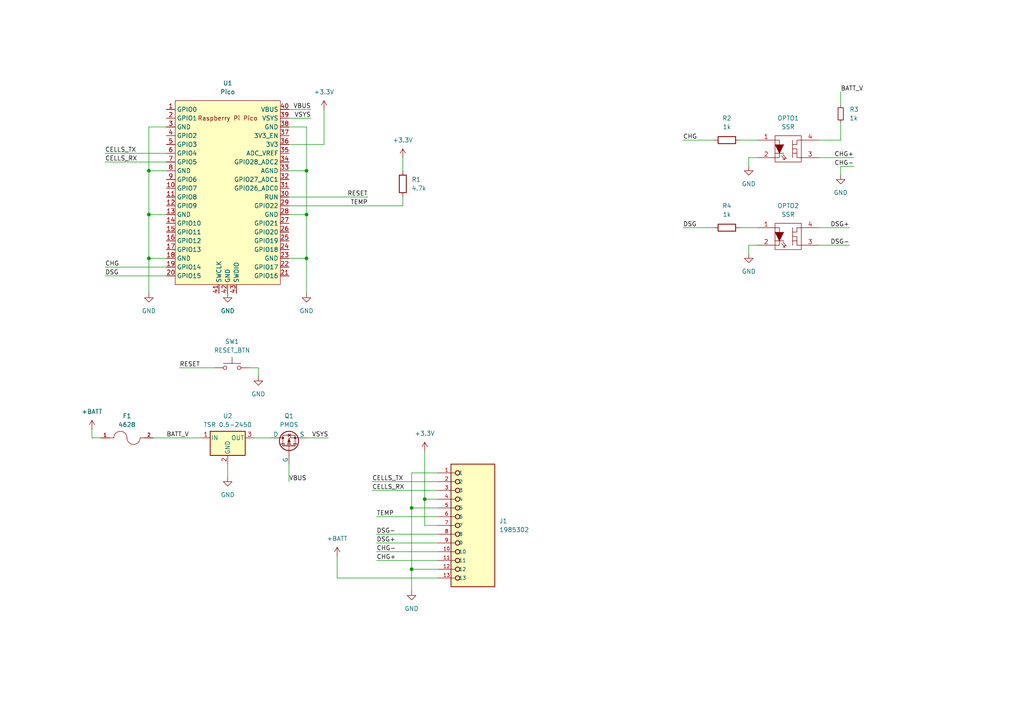
<source format=kicad_sch>
(kicad_sch (version 20231120) (generator "eeschema") (generator_version "8.0")
  (paper "A4")
  (lib_symbols
    (symbol "1985302:1985302" (pin_names (offset 1.016))
      (property "Reference" "J" (at -6.85 17.78 0))
      (property "Value" "1985302" (at -6.35 -20.32 0))
      (symbol "1985302_0_0"
        (rectangle (start -6.35 -17.78) (end 6.35 17.78) (stroke (width 0.254)) (fill (type background)))
        (circle (center -4.445 -15.24) (radius 0.635) (stroke (width 0.254)))
        (circle (center -4.445 -12.7) (radius 0.635) (stroke (width 0.254)))
        (circle (center -4.445 -10.16) (radius 0.635) (stroke (width 0.254)))
        (circle (center -4.445 -7.62) (radius 0.635) (stroke (width 0.254)))
        (circle (center -4.445 -5.08) (radius 0.635) (stroke (width 0.254)))
        (circle (center -4.445 -2.54) (radius 0.635) (stroke (width 0.254)))
        (circle (center -4.445 0) (radius 0.635) (stroke (width 0.254)))
        (circle (center -4.445 2.54) (radius 0.635) (stroke (width 0.254)))
        (circle (center -4.445 5.08) (radius 0.635) (stroke (width 0.254)))
        (circle (center -4.445 7.62) (radius 0.635) (stroke (width 0.254)))
        (circle (center -4.445 10.16) (radius 0.635) (stroke (width 0.254)))
        (circle (center -4.445 12.7) (radius 0.635) (stroke (width 0.254)))
        (circle (center -4.445 15.24) (radius 0.635) (stroke (width 0.254)))
        (pin passive line (at -10.16 15.24 0) (length 5.08) (name "1") (number "1"))
        (pin passive line (at -10.16 -7.62 0) (length 5.08) (name "10") (number "10"))
        (pin passive line (at -10.16 -10.16 0) (length 5.08) (name "11") (number "11"))
        (pin passive line (at -10.16 -12.7 0) (length 5.08) (name "12") (number "12"))
        (pin passive line (at -10.16 -15.24 0) (length 5.08) (name "13") (number "13"))
        (pin passive line (at -10.16 12.7 0) (length 5.08) (name "2") (number "2"))
        (pin passive line (at -10.16 10.16 0) (length 5.08) (name "3") (number "3"))
        (pin passive line (at -10.16 7.62 0) (length 5.08) (name "4") (number "4"))
        (pin passive line (at -10.16 5.08 0) (length 5.08) (name "5") (number "5"))
        (pin passive line (at -10.16 2.54 0) (length 5.08) (name "6") (number "6"))
        (pin passive line (at -10.16 0 0) (length 5.08) (name "7") (number "7"))
        (pin passive line (at -10.16 -2.54 0) (length 5.08) (name "8") (number "8"))
        (pin passive line (at -10.16 -5.08 0) (length 5.08) (name "9") (number "9"))
      )
    )
    (symbol "4628:4628" (pin_names (offset 1.016))
      (property "Reference" "F" (at -2.54 5.08 0))
      (property "Value" "4628" (at -2.54 -5.08 0))
      (symbol "4628_0_0"
        (arc (start 0 0) (mid -1.905 1.8967) (end -3.81 0) (stroke (width 0.1524)))
        (polyline (pts (xy -5.08 0) (xy -3.81 0)) (stroke (width 0.1524)))
        (polyline (pts (xy 5.08 0) (xy 3.81 0)) (stroke (width 0.1524)))
        (arc (start 0 0) (mid 1.905 -1.8967) (end 3.81 0) (stroke (width 0.1524)))
        (pin passive line (at -7.62 0 0) (length 2.54) (name "~") (number "1"))
        (pin passive line (at 7.62 0 180) (length 2.54) (name "~") (number "2"))
      )
    )
    (symbol "Dacus-BMS:SSR" (pin_names (offset 1.016) hide)
      (property "Reference" "OPTO" (at 0 5.08 0))
      (property "Value" "SSR" (at 0 -5.08 0))
      (symbol "SSR_0_1"
        (rectangle (start -3.81 3.81) (end 3.81 -3.81))
        (polyline (pts (xy -3.81 -1.27) (xy -1.27 -1.27)))
        (polyline (pts (xy -3.81 1.27) (xy -2.54 -1.27) (xy -1.27 1.27)) (fill (type outline)))
        (polyline (pts (xy -2.54 -1.27) (xy -2.54 -2.54) (xy -3.81 -2.54)))
        (polyline (pts (xy -2.54 1.27) (xy -2.54 2.54) (xy -3.81 2.54)))
        (polyline (pts (xy -1.905 -2.032) (xy -0.889 -3.175) (xy -1.524 -3.048)))
        (polyline (pts (xy -1.524 -1.651) (xy -0.508 -2.794) (xy -1.143 -2.667)))
        (polyline (pts (xy 1.27 0) (xy 2.54 0) (xy 2.54 -1.27)))
        (polyline (pts (xy 1.27 -1.27) (xy 2.54 -1.27) (xy 2.54 -2.54) (xy 3.81 -2.54)))
        (polyline (pts (xy 1.27 1.27) (xy 1.27 -2.54) (xy 1.27 1.27) (xy 1.27 2.54)))
        (polyline (pts (xy 1.27 1.27) (xy 2.54 1.27) (xy 2.54 2.54) (xy 3.81 2.54)))
      )
      (symbol "SSR_1_1"
        (pin input line (at -8.89 2.54 0) (length 5.0038) (name "~") (number "1"))
        (pin input line (at -8.89 -2.54 0) (length 5.0038) (name "~") (number "2"))
        (pin passive line (at 8.89 -2.54 180) (length 5.0038) (name "~") (number "3"))
        (pin passive line (at 8.89 2.54 180) (length 5.0038) (name "~") (number "4"))
      )
    )
    (symbol "Device:R" (pin_numbers hide) (pin_names (offset 0))
      (property "Reference" "R" (at 2.032 0 90))
      (property "Value" "R" (at 0 0 90))
      (symbol "R_0_1"
        (rectangle (start -1.016 -2.54) (end 1.016 2.54) (stroke (width 0.254)))
      )
      (symbol "R_1_1"
        (pin passive line (at 0 3.81 270) (length 1.27) (name "~") (number "1"))
        (pin passive line (at 0 -3.81 90) (length 1.27) (name "~") (number "2"))
      )
    )
    (symbol "Device:R_Small" (pin_numbers hide) (pin_names (offset 0.254) hide)
      (property "Reference" "R" (at 0.762 0.508 0))
      (property "Value" "R_Small" (at 0.762 -1.016 0))
      (symbol "R_Small_0_1"
        (rectangle (start -0.762 1.778) (end 0.762 -1.778) (stroke (width 0.2032)))
      )
      (symbol "R_Small_1_1"
        (pin passive line (at 0 2.54 270) (length 0.762) (name "~") (number "1"))
        (pin passive line (at 0 -2.54 90) (length 0.762) (name "~") (number "2"))
      )
    )
    (symbol "MCU_RaspberryPi_and_Boards:Pico"
      (property "Reference" "U" (at -13.97 27.94 0))
      (property "Value" "Pico" (at 0 19.05 0))
      (symbol "Pico_0_0"
        (text "Raspberry Pi Pico" (at 0 21.59 0) (effects (font (size 1.27 1.27))))
      )
      (symbol "Pico_0_1"
        (rectangle (start -15.24 26.67) (end 15.24 -26.67) (fill (type background)))
      )
      (symbol "Pico_1_1"
        (pin bidirectional line (at -17.78 24.13 0) (length 2.54) (name "GPIO0") (number "1"))
        (pin bidirectional line (at -17.78 1.27 0) (length 2.54) (name "GPIO7") (number "10"))
        (pin bidirectional line (at -17.78 -1.27 0) (length 2.54) (name "GPIO8") (number "11"))
        (pin bidirectional line (at -17.78 -3.81 0) (length 2.54) (name "GPIO9") (number "12"))
        (pin power_in line (at -17.78 -6.35 0) (length 2.54) (name "GND") (number "13"))
        (pin bidirectional line (at -17.78 -8.89 0) (length 2.54) (name "GPIO10") (number "14"))
        (pin bidirectional line (at -17.78 -11.43 0) (length 2.54) (name "GPIO11") (number "15"))
        (pin bidirectional line (at -17.78 -13.97 0) (length 2.54) (name "GPIO12") (number "16"))
        (pin bidirectional line (at -17.78 -16.51 0) (length 2.54) (name "GPIO13") (number "17"))
        (pin power_in line (at -17.78 -19.05 0) (length 2.54) (name "GND") (number "18"))
        (pin bidirectional line (at -17.78 -21.59 0) (length 2.54) (name "GPIO14") (number "19"))
        (pin bidirectional line (at -17.78 21.59 0) (length 2.54) (name "GPIO1") (number "2"))
        (pin bidirectional line (at -17.78 -24.13 0) (length 2.54) (name "GPIO15") (number "20"))
        (pin bidirectional line (at 17.78 -24.13 180) (length 2.54) (name "GPIO16") (number "21"))
        (pin bidirectional line (at 17.78 -21.59 180) (length 2.54) (name "GPIO17") (number "22"))
        (pin power_in line (at 17.78 -19.05 180) (length 2.54) (name "GND") (number "23"))
        (pin bidirectional line (at 17.78 -16.51 180) (length 2.54) (name "GPIO18") (number "24"))
        (pin bidirectional line (at 17.78 -13.97 180) (length 2.54) (name "GPIO19") (number "25"))
        (pin bidirectional line (at 17.78 -11.43 180) (length 2.54) (name "GPIO20") (number "26"))
        (pin bidirectional line (at 17.78 -8.89 180) (length 2.54) (name "GPIO21") (number "27"))
        (pin power_in line (at 17.78 -6.35 180) (length 2.54) (name "GND") (number "28"))
        (pin bidirectional line (at 17.78 -3.81 180) (length 2.54) (name "GPIO22") (number "29"))
        (pin power_in line (at -17.78 19.05 0) (length 2.54) (name "GND") (number "3"))
        (pin input line (at 17.78 -1.27 180) (length 2.54) (name "RUN") (number "30"))
        (pin bidirectional line (at 17.78 1.27 180) (length 2.54) (name "GPIO26_ADC0") (number "31"))
        (pin bidirectional line (at 17.78 3.81 180) (length 2.54) (name "GPIO27_ADC1") (number "32"))
        (pin power_in line (at 17.78 6.35 180) (length 2.54) (name "AGND") (number "33"))
        (pin bidirectional line (at 17.78 8.89 180) (length 2.54) (name "GPIO28_ADC2") (number "34"))
        (pin power_in line (at 17.78 11.43 180) (length 2.54) (name "ADC_VREF") (number "35"))
        (pin power_in line (at 17.78 13.97 180) (length 2.54) (name "3V3") (number "36"))
        (pin input line (at 17.78 16.51 180) (length 2.54) (name "3V3_EN") (number "37"))
        (pin bidirectional line (at 17.78 19.05 180) (length 2.54) (name "GND") (number "38"))
        (pin power_in line (at 17.78 21.59 180) (length 2.54) (name "VSYS") (number "39"))
        (pin bidirectional line (at -17.78 16.51 0) (length 2.54) (name "GPIO2") (number "4"))
        (pin power_in line (at 17.78 24.13 180) (length 2.54) (name "VBUS") (number "40"))
        (pin input line (at -2.54 -29.21 90) (length 2.54) (name "SWCLK") (number "41"))
        (pin power_in line (at 0 -29.21 90) (length 2.54) (name "GND") (number "42"))
        (pin bidirectional line (at 2.54 -29.21 90) (length 2.54) (name "SWDIO") (number "43"))
        (pin bidirectional line (at -17.78 13.97 0) (length 2.54) (name "GPIO3") (number "5"))
        (pin bidirectional line (at -17.78 11.43 0) (length 2.54) (name "GPIO4") (number "6"))
        (pin bidirectional line (at -17.78 8.89 0) (length 2.54) (name "GPIO5") (number "7"))
        (pin power_in line (at -17.78 6.35 0) (length 2.54) (name "GND") (number "8"))
        (pin bidirectional line (at -17.78 3.81 0) (length 2.54) (name "GPIO6") (number "9"))
      )
    )
    (symbol "Regulator_Linear:L7805" (pin_names (offset 0.254))
      (property "Reference" "U" (at -3.81 3.175 0))
      (property "Value" "L7805" (at 0 3.175 0))
      (symbol "L7805_0_1"
        (rectangle (start -5.08 1.905) (end 5.08 -5.08) (stroke (width 0.254)) (fill (type background)))
      )
      (symbol "L7805_1_1"
        (pin power_in line (at -7.62 0 0) (length 2.54) (name "IN") (number "1"))
        (pin power_in line (at 0 -7.62 90) (length 2.54) (name "GND") (number "2"))
        (pin power_out line (at 7.62 0 180) (length 2.54) (name "OUT") (number "3"))
      )
    )
    (symbol "Simulation_SPICE:PMOS" (pin_numbers hide) (pin_names (offset 0))
      (property "Reference" "Q" (at 5.08 1.27 0))
      (property "Value" "PMOS" (at 5.08 -1.27 0))
      (symbol "PMOS_0_1"
        (polyline (pts (xy 0.254 0) (xy -2.54 0)))
        (polyline (pts (xy 0.254 1.905) (xy 0.254 -1.905)) (stroke (width 0.254)))
        (polyline (pts (xy 0.762 -1.27) (xy 0.762 -2.286)) (stroke (width 0.254)))
        (polyline (pts (xy 0.762 0.508) (xy 0.762 -0.508)) (stroke (width 0.254)))
        (polyline (pts (xy 0.762 2.286) (xy 0.762 1.27)) (stroke (width 0.254)))
        (polyline (pts (xy 2.54 2.54) (xy 2.54 1.778)))
        (polyline (pts (xy 2.54 -2.54) (xy 2.54 0) (xy 0.762 0)))
        (polyline (pts (xy 0.762 1.778) (xy 3.302 1.778) (xy 3.302 -1.778) (xy 0.762 -1.778)))
        (polyline (pts (xy 2.286 0) (xy 1.27 0.381) (xy 1.27 -0.381) (xy 2.286 0)) (fill (type outline)))
        (polyline (pts (xy 2.794 -0.508) (xy 2.921 -0.381) (xy 3.683 -0.381) (xy 3.81 -0.254)))
        (polyline (pts (xy 3.302 -0.381) (xy 2.921 0.254) (xy 3.683 0.254) (xy 3.302 -0.381)))
        (circle (center 1.651 0) (radius 2.794) (stroke (width 0.254)))
        (circle (center 2.54 -1.778) (radius 0.254) (fill (type outline)))
        (circle (center 2.54 1.778) (radius 0.254) (fill (type outline)))
      )
      (symbol "PMOS_1_1"
        (pin passive line (at 2.54 5.08 270) (length 2.54) (name "D") (number "1"))
        (pin input line (at -5.08 0 0) (length 2.54) (name "G") (number "2"))
        (pin passive line (at 2.54 -5.08 90) (length 2.54) (name "S") (number "3"))
      )
    )
    (symbol "Switch:SW_Push" (pin_numbers hide) (pin_names (offset 1.016) hide)
      (property "Reference" "SW" (at 1.27 2.54 0))
      (property "Value" "SW_Push" (at 0 -1.524 0))
      (symbol "SW_Push_0_1"
        (circle (center -2.032 0) (radius 0.508))
        (polyline (pts (xy 0 1.27) (xy 0 3.048)))
        (polyline (pts (xy 2.54 1.27) (xy -2.54 1.27)))
        (circle (center 2.032 0) (radius 0.508))
        (pin passive line (at -5.08 0 0) (length 2.54) (name "1") (number "1"))
        (pin passive line (at 5.08 0 180) (length 2.54) (name "2") (number "2"))
      )
    )
    (symbol "power:+3.3V" (power) (pin_numbers hide) (pin_names (offset 0) hide)
      (property "Value" "+3.3V" (at 0 3.556 0))
      (symbol "+3.3V_0_1"
        (polyline (pts (xy -0.762 1.27) (xy 0 2.54)))
        (polyline (pts (xy 0 0) (xy 0 2.54)))
        (polyline (pts (xy 0 2.54) (xy 0.762 1.27)))
      )
      (symbol "+3.3V_1_1"
        (pin power_in line (at 0 0 90) (length 0) (name "~") (number "1"))
      )
    )
    (symbol "power:+BATT" (power) (pin_numbers hide) (pin_names (offset 0) hide)
      (property "Value" "+BATT" (at 0 3.556 0))
      (symbol "+BATT_0_1"
        (polyline (pts (xy -0.762 1.27) (xy 0 2.54)))
        (polyline (pts (xy 0 0) (xy 0 2.54)))
        (polyline (pts (xy 0 2.54) (xy 0.762 1.27)))
      )
      (symbol "+BATT_1_1"
        (pin power_in line (at 0 0 90) (length 0) (name "~") (number "1"))
      )
    )
    (symbol "power:GND" (power) (pin_numbers hide) (pin_names (offset 0) hide)
      (property "Value" "GND" (at 0 -3.81 0))
      (symbol "GND_0_1"
        (polyline (pts (xy 0 0) (xy 0 -1.27) (xy 1.27 -1.27) (xy 0 -2.54) (xy -1.27 -1.27) (xy 0 -1.27)))
      )
      (symbol "GND_1_1"
        (pin power_in line (at 0 0 270) (length 0) (name "~") (number "1"))
      )
    )
  )
  (junction (at 88.9 49.53))
  (junction (at 123.19 144.78))
  (junction (at 88.9 74.93))
  (junction (at 119.38 147.32))
  (junction (at 43.18 74.93))
  (junction (at 43.18 62.23))
  (junction (at 43.18 49.53))
  (junction (at 119.38 165.1))
  (junction (at 88.9 62.23))
  (wire (pts (xy 237.49 66.04) (xy 246.38 66.04)))
  (wire (pts (xy 43.18 74.93) (xy 43.18 85.09)))
  (wire (pts (xy 88.9 74.93) (xy 88.9 85.09)))
  (wire (pts (xy 243.84 48.26) (xy 247.65 48.26)))
  (wire (pts (xy 52.07 106.68) (xy 62.23 106.68)))
  (wire (pts (xy 237.49 45.72) (xy 247.65 45.72)))
  (wire (pts (xy 88.9 62.23) (xy 88.9 74.93)))
  (wire (pts (xy 237.49 40.64) (xy 243.84 40.64)))
  (wire (pts (xy 43.18 49.53) (xy 48.26 49.53)))
  (wire (pts (xy 107.95 142.24) (xy 127 142.24)))
  (wire (pts (xy 119.38 165.1) (xy 127 165.1)))
  (wire (pts (xy 243.84 35.56) (xy 243.84 40.64)))
  (wire (pts (xy 97.79 167.64) (xy 97.79 161.29)))
  (wire (pts (xy 30.48 80.01) (xy 48.26 80.01)))
  (wire (pts (xy 109.22 157.48) (xy 127 157.48)))
  (wire (pts (xy 43.18 36.83) (xy 48.26 36.83)))
  (wire (pts (xy 214.63 40.64) (xy 219.71 40.64)))
  (wire (pts (xy 93.98 41.91) (xy 93.98 31.75)))
  (wire (pts (xy 119.38 165.1) (xy 119.38 171.45)))
  (wire (pts (xy 109.22 149.86) (xy 127 149.86)))
  (wire (pts (xy 83.82 31.75) (xy 90.17 31.75)))
  (wire (pts (xy 217.17 48.26) (xy 217.17 45.72)))
  (wire (pts (xy 127 152.4) (xy 123.19 152.4)))
  (wire (pts (xy 198.12 40.64) (xy 207.01 40.64)))
  (wire (pts (xy 127 167.64) (xy 97.79 167.64)))
  (wire (pts (xy 72.39 106.68) (xy 74.93 106.68)))
  (wire (pts (xy 217.17 73.66) (xy 217.17 71.12)))
  (wire (pts (xy 83.82 49.53) (xy 88.9 49.53)))
  (wire (pts (xy 43.18 62.23) (xy 48.26 62.23)))
  (wire (pts (xy 83.82 41.91) (xy 93.98 41.91)))
  (wire (pts (xy 26.67 127) (xy 26.67 124.46)))
  (wire (pts (xy 83.82 134.62) (xy 83.82 139.7)))
  (wire (pts (xy 198.12 66.04) (xy 207.01 66.04)))
  (wire (pts (xy 119.38 137.16) (xy 119.38 147.32)))
  (wire (pts (xy 83.82 62.23) (xy 88.9 62.23)))
  (wire (pts (xy 83.82 59.69) (xy 116.84 59.69)))
  (wire (pts (xy 127 144.78) (xy 123.19 144.78)))
  (wire (pts (xy 243.84 50.8) (xy 243.84 48.26)))
  (wire (pts (xy 109.22 162.56) (xy 127 162.56)))
  (wire (pts (xy 88.9 36.83) (xy 88.9 49.53)))
  (wire (pts (xy 43.18 74.93) (xy 43.18 62.23)))
  (wire (pts (xy 29.21 127) (xy 26.67 127)))
  (wire (pts (xy 107.95 139.7) (xy 127 139.7)))
  (wire (pts (xy 83.82 34.29) (xy 90.17 34.29)))
  (wire (pts (xy 66.04 134.62) (xy 66.04 138.43)))
  (wire (pts (xy 83.82 57.15) (xy 106.68 57.15)))
  (wire (pts (xy 127 137.16) (xy 119.38 137.16)))
  (wire (pts (xy 44.45 127) (xy 58.42 127)))
  (wire (pts (xy 83.82 36.83) (xy 88.9 36.83)))
  (wire (pts (xy 119.38 147.32) (xy 119.38 165.1)))
  (wire (pts (xy 43.18 49.53) (xy 43.18 36.83)))
  (wire (pts (xy 83.82 74.93) (xy 88.9 74.93)))
  (wire (pts (xy 217.17 45.72) (xy 219.71 45.72)))
  (wire (pts (xy 123.19 130.81) (xy 123.19 144.78)))
  (wire (pts (xy 116.84 45.72) (xy 116.84 49.53)))
  (wire (pts (xy 73.66 127) (xy 78.74 127)))
  (wire (pts (xy 243.84 26.67) (xy 243.84 30.48)))
  (wire (pts (xy 119.38 147.32) (xy 127 147.32)))
  (wire (pts (xy 214.63 66.04) (xy 219.71 66.04)))
  (wire (pts (xy 109.22 154.94) (xy 127 154.94)))
  (wire (pts (xy 43.18 62.23) (xy 43.18 49.53)))
  (wire (pts (xy 30.48 46.99) (xy 48.26 46.99)))
  (wire (pts (xy 30.48 44.45) (xy 48.26 44.45)))
  (wire (pts (xy 74.93 106.68) (xy 74.93 109.22)))
  (wire (pts (xy 217.17 71.12) (xy 219.71 71.12)))
  (wire (pts (xy 237.49 71.12) (xy 246.38 71.12)))
  (wire (pts (xy 48.26 74.93) (xy 43.18 74.93)))
  (wire (pts (xy 30.48 77.47) (xy 48.26 77.47)))
  (wire (pts (xy 88.9 49.53) (xy 88.9 62.23)))
  (wire (pts (xy 88.9 127) (xy 95.25 127)))
  (wire (pts (xy 116.84 57.15) (xy 116.84 59.69)))
  (wire (pts (xy 109.22 160.02) (xy 127 160.02)))
  (wire (pts (xy 123.19 152.4) (xy 123.19 144.78)))
  (label "DSG+" (at 246.38 66.04 180))
  (label "CHG" (at 30.48 77.47 0))
  (label "DSG-" (at 246.38 71.12 180))
  (label "CELLS_RX" (at 107.95 142.24 0))
  (label "VBUS" (at 83.82 139.7 0))
  (label "CELLS_TX" (at 30.48 44.45 0))
  (label "VSYS" (at 90.17 34.29 180))
  (label "BATT_V" (at 243.84 26.67 0))
  (label "RESET" (at 106.68 57.15 180))
  (label "CHG" (at 198.12 40.64 0))
  (label "DSG" (at 198.12 66.04 0))
  (label "CHG-" (at 247.65 48.26 180))
  (label "TEMP" (at 106.68 59.69 180))
  (label "VBUS" (at 90.17 31.75 180))
  (label "CELLS_TX" (at 107.95 139.7 0))
  (label "TEMP" (at 109.22 149.86 0))
  (label "DSG+" (at 109.22 157.48 0))
  (label "CHG-" (at 109.22 160.02 0))
  (label "CHG+" (at 109.22 162.56 0))
  (label "VSYS" (at 95.25 127 180))
  (label "CHG+" (at 247.65 45.72 180))
  (label "DSG-" (at 109.22 154.94 0))
  (label "DSG" (at 30.48 80.01 0))
  (label "BATT_V" (at 48.26 127 0))
  (label "RESET" (at 52.07 106.68 0))
  (label "CELLS_RX" (at 30.48 46.99 0))
  (symbol (lib_id "power:GND") (at 217.17 73.66 0) (unit 1)
    (property "Reference" "#PWR11" (effects (hide yes)))
    (property "Value" "GND" (at 217.17 78.74 0))
    (property "Description" "Power symbol creates a global label with name \"GND\" , ground" (effects (hide yes)))
  )
  (symbol (lib_id "power:GND") (at 243.84 50.8 0) (unit 1)
    (property "Reference" "#PWR10" (effects (hide yes)))
    (property "Value" "GND" (at 243.84 55.88 0))
    (property "Description" "Power symbol creates a global label with name \"GND\" , ground" (effects (hide yes)))
  )
  (symbol (lib_id "power:GND") (at 74.93 109.22 0) (unit 1)
    (property "Reference" "#PWR7" (effects (hide yes)))
    (property "Value" "GND" (at 74.93 114.3 0))
    (property "Description" "Power symbol creates a global label with name \"GND\" , ground" (effects (hide yes)))
  )
  (symbol (lib_id "power:+3.3V") (at 93.98 31.75 0) (unit 1)
    (property "Reference" "#PWR2" (effects (hide yes)))
    (property "Value" "+3.3V" (at 93.98 26.67 0))
    (property "Description" "Power symbol creates a global label with name \"+3.3V\"" (effects (hide yes)))
  )
  (symbol (lib_id "Device:R_Small") (at 243.84 33.02 0) (unit 1)
    (property "Reference" "R3" (at 246.38 31.7499 0) (effects (justify left)))
    (property "Value" "1k" (at 246.38 34.2899 0) (effects (justify left)))
    (property "Footprint" "Resistor_SMD:R_1206_3216Metric_Pad1.30x1.75mm_HandSolder" (effects (hide yes)))
    (property "Description" "Resistor, small symbol" (effects (hide yes)))
  )
  (symbol (lib_id "power:+3.3V") (at 123.19 130.81 0) (unit 1)
    (property "Reference" "#PWR18" (effects (hide yes)))
    (property "Value" "+3.3V" (at 123.19 125.73 0))
    (property "Description" "Power symbol creates a global label with name \"+3.3V\"" (effects (hide yes)))
  )
  (symbol (lib_id "power:+BATT") (at 97.79 161.29 0) (unit 1)
    (property "Reference" "#PWR19" (effects (hide yes)))
    (property "Value" "+BATT" (at 97.79 156.21 0))
    (property "Description" "Power symbol creates a global label with name \"+BATT\"" (effects (hide yes)))
  )
  (symbol (lib_id "Device:R") (at 210.82 66.04 90) (unit 1)
    (property "Reference" "R4" (at 210.82 59.69 90))
    (property "Value" "1k" (at 210.82 62.23 90))
    (property "Footprint" "Resistor_SMD:R_1206_3216Metric_Pad1.30x1.75mm_HandSolder" (effects (hide yes)))
    (property "Description" "Resistor" (effects (hide yes)))
  )
  (symbol (lib_id "Device:R") (at 210.82 40.64 90) (unit 1)
    (property "Reference" "R2" (at 210.82 34.29 90))
    (property "Value" "1k" (at 210.82 36.83 90))
    (property "Footprint" "Resistor_SMD:R_1206_3216Metric_Pad1.30x1.75mm_HandSolder" (effects (hide yes)))
    (property "Description" "Resistor" (effects (hide yes)))
  )
  (symbol (lib_id "power:+3.3V") (at 116.84 45.72 0) (unit 1)
    (property "Reference" "#PWR4" (effects (hide yes)))
    (property "Value" "+3.3V" (at 116.84 40.64 0))
    (property "Description" "Power symbol creates a global label with name \"+3.3V\"" (effects (hide yes)))
  )
  (symbol (lib_id "Dacus-BMS:SSR") (at 228.6 68.58 0) (unit 1)
    (property "Reference" "OPTO2" (at 228.6 59.69 0))
    (property "Value" "SSR" (at 228.6 62.23 0))
    (property "Footprint" "Package_SO:SOP-4_3.8x4.1mm_P2.54mm" (effects (hide yes)))
    (property "Description" "TLP172GM" (effects (hide yes)))
  )
  (symbol (lib_id "Device:R") (at 116.84 53.34 0) (unit 1)
    (property "Reference" "R1" (at 119.38 52.0699 0) (effects (justify left)))
    (property "Value" "4.7k" (at 119.38 54.6099 0) (effects (justify left)))
    (property "Footprint" "Resistor_SMD:R_1206_3216Metric_Pad1.30x1.75mm_HandSolder" (effects (hide yes)))
    (property "Description" "Resistor" (effects (hide yes)))
  )
  (symbol (lib_id "1985302:1985302") (at 137.16 152.4 0) (unit 1)
    (property "Reference" "J1" (at 144.78 151.1299 0) (effects (justify left)))
    (property "Value" "1985302" (at 144.78 153.6699 0) (effects (justify left)))
    (property "Footprint" "pack-monitor:PHOENIX_1985302" (effects (hide yes)))
    (property "MF" "Phoenix Contact" (effects (hide yes)))
    (property "MAXIMUM_PACKAGE_HEIGHT" "13.1mm" (effects (hide yes)))
    (property "Package" "None" (effects (hide yes)))
    (property "Price" "None" (effects (hide yes)))
    (property "Check_prices" "https://www.snapeda.com/parts/1985302/Phoenix+Contact/view-part/?ref=eda" (effects (hide yes)))
    (property "STANDARD" "Manufacturer Recommendations" (effects (hide yes)))
    (property "PARTREV" "29.03.2021" (effects (hide yes)))
    (property "SnapEDA_Link" "https://www.snapeda.com/parts/1985302/Phoenix+Contact/view-part/?ref=snap" (effects (hide yes)))
    (property "MP" "1985302" (effects (hide yes)))
    (property "Description_1" "\n                        \n                            Phoenix Contact 1985302 PTSA 1,5/13-3,5-Z\n                        \n" (effects (hide yes)))
    (property "Availability" "In Stock" (effects (hide yes)))
    (property "MANUFACTURER" "Phoenix Contact" (effects (hide yes)))
  )
  (symbol (lib_id "power:GND") (at 43.18 85.09 0) (unit 1)
    (property "Reference" "#PWR6" (effects (hide yes)))
    (property "Value" "GND" (at 43.18 90.17 0))
    (property "Description" "Power symbol creates a global label with name \"GND\" , ground" (effects (hide yes)))
  )
  (symbol (lib_id "power:GND") (at 66.04 85.09 0) (unit 1)
    (property "Reference" "#PWR3" (effects (hide yes)))
    (property "Value" "GND" (at 66.04 90.17 0))
    (property "Description" "Power symbol creates a global label with name \"GND\" , ground" (effects (hide yes)))
  )
  (symbol (lib_id "Simulation_SPICE:PMOS") (at 83.82 129.54 90) (unit 1)
    (property "Reference" "Q1" (at 83.82 120.65 90))
    (property "Value" "PMOS" (at 83.82 123.19 90))
    (property "Footprint" "Package_TO_SOT_SMD:TSOT-23_HandSoldering" (effects (hide yes)))
    (property "Datasheet" "https://ngspice.sourceforge.io/docs/ngspice-html-manual/manual.xhtml#cha_MOSFETs" (effects (hide yes)))
    (property "Description" "P-MOSFET transistor, drain/source/gate" (effects (hide yes)))
    (property "Sim.Device" "PMOS" (effects (hide yes)))
    (property "Sim.Type" "VDMOS" (effects (hide yes)))
    (property "Sim.Pins" "1=D 2=G 3=S" (effects (hide yes)))
  )
  (symbol (lib_id "MCU_RaspberryPi_and_Boards:Pico") (at 66.04 55.88 0) (unit 1)
    (property "Reference" "U1" (at 66.04 24.13 0))
    (property "Value" "Pico" (at 66.04 26.67 0))
    (property "Footprint" "pack-monitor:RaspberryPi_Pico_Common_THT" (effects (hide yes)))
  )
  (symbol (lib_id "Dacus-BMS:SSR") (at 228.6 43.18 0) (unit 1)
    (property "Reference" "OPTO1" (at 228.6 34.29 0))
    (property "Value" "SSR" (at 228.6 36.83 0))
    (property "Footprint" "Package_SO:SOP-4_3.8x4.1mm_P2.54mm" (effects (hide yes)))
    (property "Description" "TLP172GM" (effects (hide yes)))
  )
  (symbol (lib_id "power:GND") (at 88.9 85.09 0) (unit 1)
    (property "Reference" "#PWR1" (effects (hide yes)))
    (property "Value" "GND" (at 88.9 90.17 0))
    (property "Description" "Power symbol creates a global label with name \"GND\" , ground" (effects (hide yes)))
  )
  (symbol (lib_id "power:+BATT") (at 26.67 124.46 0) (unit 1)
    (property "Reference" "#PWR12" (effects (hide yes)))
    (property "Value" "+BATT" (at 26.67 119.38 0))
    (property "Description" "Power symbol creates a global label with name \"+BATT\"" (effects (hide yes)))
  )
  (symbol (lib_id "4628:4628") (at 36.83 127 0) (unit 1)
    (property "Reference" "F1" (at 36.83 120.65 0))
    (property "Value" "4628" (at 36.83 123.19 0))
    (property "Footprint" "pack-monitor:FUSE_4628" (effects (hide yes)))
    (property "MF" "Keystone" (effects (hide yes)))
    (property "MAXIMUM_PACKAGE_HEIGHT" "11.99mm" (effects (hide yes)))
    (property "Package" "None" (effects (hide yes)))
    (property "Price" "None" (effects (hide yes)))
    (property "Check_prices" "https://www.snapeda.com/parts/4628/Keystone/view-part/?ref=eda" (effects (hide yes)))
    (property "STANDARD" "Manufacturer Recommendation" (effects (hide yes)))
    (property "SnapEDA_Link" "https://www.snapeda.com/parts/4628/Keystone/view-part/?ref=snap" (effects (hide yes)))
    (property "MP" "4628" (effects (hide yes)))
    (property "Description_1" "\n                        \n                            Fuse Holder 5 A 250V 1 Circuit Cartridge Through Hole\n                        \n" (effects (hide yes)))
    (property "MANUFACTURER" "Keystone" (effects (hide yes)))
    (property "Availability" "In Stock" (effects (hide yes)))
    (property "SNAPEDA_PN" "4628" (effects (hide yes)))
  )
  (symbol (lib_id "power:GND") (at 119.38 171.45 0) (unit 1)
    (property "Reference" "#PWR9" (effects (hide yes)))
    (property "Value" "GND" (at 119.38 176.53 0))
    (property "Description" "Power symbol creates a global label with name \"GND\" , ground" (effects (hide yes)))
  )
  (symbol (lib_id "power:GND") (at 217.17 48.26 0) (unit 1)
    (property "Reference" "#PWR8" (effects (hide yes)))
    (property "Value" "GND" (at 217.17 53.34 0))
    (property "Description" "Power symbol creates a global label with name \"GND\" , ground" (effects (hide yes)))
  )
  (symbol (lib_id "power:GND") (at 66.04 138.43 0) (unit 1)
    (property "Reference" "#PWR13" (effects (hide yes)))
    (property "Value" "GND" (at 66.04 143.51 0))
    (property "Description" "Power symbol creates a global label with name \"GND\" , ground" (effects (hide yes)))
  )
  (symbol (lib_id "Regulator_Linear:L7805") (at 66.04 127 0) (unit 1)
    (property "Reference" "U2" (at 66.04 120.65 0))
    (property "Value" "TSR 0.5-2450" (at 66.04 123.19 0))
    (property "Footprint" "Converter_DCDC:Converter_DCDC_TRACO_TSR-1_THT" (effects (hide yes)))
    (property "Datasheet" "http://www.st.com/content/ccc/resource/technical/document/datasheet/41/4f/b3/b0/12/d4/47/88/CD00000444.pdf/files/CD00000444.pdf/jcr:content/translations/en.CD00000444.pdf" (effects (hide yes)))
    (property "Description" "Positive 1.5A 35V Linear Regulator, Fixed Output 5V, TO-220/TO-263/TO-252" (effects (hide yes)))
  )
  (symbol (lib_id "Switch:SW_Push") (at 67.31 106.68 0) (unit 1)
    (property "Reference" "SW1" (at 67.31 99.06 0))
    (property "Value" "RESET_BTN" (at 67.31 101.6 0))
    (property "Footprint" "Button_Switch_THT:SW_PUSH_6mm" (effects (hide yes)))
    (property "Description" "Push button switch, generic, two pins" (effects (hide yes)))
  )
)
</source>
